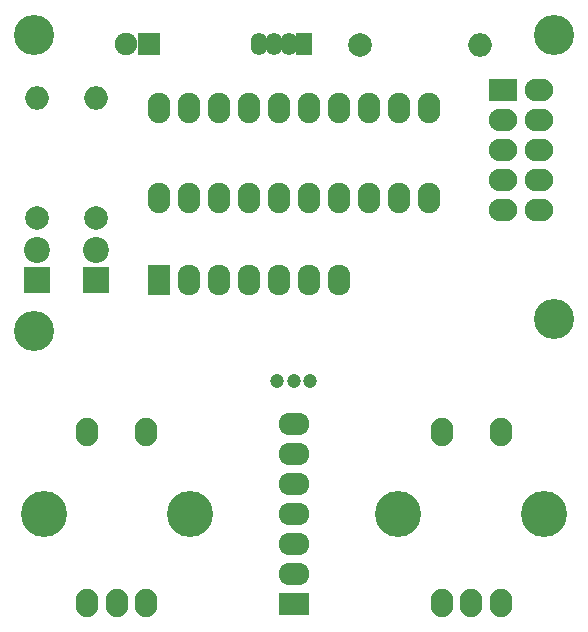
<source format=gts>
%TF.GenerationSoftware,KiCad,Pcbnew,(2017-11-10 revision 0b34d09bc)-master*%
%TF.CreationDate,2017-11-10T16:36:00+02:00*%
%TF.ProjectId,dps5005control,64707335303035636F6E74726F6C2E6B,rev?*%
%TF.SameCoordinates,Original*%
%TF.FileFunction,Soldermask,Top*%
%TF.FilePolarity,Negative*%
%FSLAX46Y46*%
G04 Gerber Fmt 4.6, Leading zero omitted, Abs format (unit mm)*
G04 Created by KiCad (PCBNEW (2017-11-10 revision 0b34d09bc)-master) date Fri Nov 10 16:36:00 2017*
%MOMM*%
%LPD*%
G01*
G04 APERTURE LIST*
%ADD10O,1.901140X2.599640*%
%ADD11R,1.349960X1.898600*%
%ADD12O,1.349960X1.898600*%
%ADD13O,2.398980X1.924000*%
%ADD14R,2.398980X1.924000*%
%ADD15C,1.900000*%
%ADD16R,1.900000X1.900000*%
%ADD17O,2.000000X2.000000*%
%ADD18C,2.000000*%
%ADD19C,2.200000*%
%ADD20R,2.200000X2.200000*%
%ADD21C,3.400000*%
%ADD22C,1.200000*%
%ADD23O,1.901140X2.398980*%
%ADD24C,3.900120*%
%ADD25R,1.924000X2.599640*%
%ADD26O,1.924000X2.599640*%
%ADD27R,2.599640X1.924000*%
%ADD28O,2.599640X1.924000*%
G04 APERTURE END LIST*
D10*
%TO.C,U2*%
X188830000Y-73340000D03*
X186290000Y-73340000D03*
X183750000Y-73340000D03*
X181210000Y-73340000D03*
X178670000Y-73340000D03*
X176130000Y-73340000D03*
X173590000Y-73340000D03*
X171050000Y-73340000D03*
X168510000Y-73340000D03*
X165970000Y-73340000D03*
X165970000Y-80960000D03*
X168510000Y-80960000D03*
X171050000Y-80960000D03*
X173590000Y-80960000D03*
X176130000Y-80960000D03*
X178670000Y-80960000D03*
X181210000Y-80960000D03*
X183750000Y-80960000D03*
X186290000Y-80960000D03*
X188830000Y-80960000D03*
%TD*%
D11*
%TO.C,P2*%
X178214020Y-67896500D03*
D12*
X176964340Y-67896500D03*
X175714660Y-67896500D03*
X174464980Y-67896500D03*
%TD*%
D13*
%TO.C,P3*%
X198114920Y-81915000D03*
X195077080Y-81915000D03*
X198114920Y-79375000D03*
X195077080Y-79375000D03*
X198114920Y-76835000D03*
X195077080Y-76835000D03*
X198114920Y-74295000D03*
X195077080Y-74295000D03*
X198114920Y-71755000D03*
D14*
X195077080Y-71755000D03*
%TD*%
D15*
%TO.C,C1*%
X163150000Y-67900000D03*
D16*
X165150000Y-67900000D03*
%TD*%
D17*
%TO.C,R1*%
X193167000Y-67960000D03*
D18*
X183007000Y-67960000D03*
%TD*%
D19*
%TO.C,D1*%
X160650000Y-85360000D03*
D20*
X160650000Y-87900000D03*
%TD*%
D21*
%TO.C,REF\002A\002A*%
X155400000Y-92150000D03*
%TD*%
%TO.C,REF\002A\002A*%
X199400000Y-91150000D03*
%TD*%
%TO.C,REF\002A\002A*%
X199400000Y-67150000D03*
%TD*%
D22*
%TO.C,REF\002A\002A*%
X176000000Y-96450000D03*
%TD*%
%TO.C,REF\002A\002A*%
X177400000Y-96450000D03*
%TD*%
%TO.C,REF\002A\002A*%
X178800000Y-96450000D03*
%TD*%
D23*
%TO.C,ENC1*%
X164899360Y-100692560D03*
X159900640Y-100692560D03*
D24*
X168600140Y-107692800D03*
X156199860Y-107692800D03*
D23*
X164899360Y-115193420D03*
X162400000Y-115193420D03*
X159900640Y-115193420D03*
%TD*%
D25*
%TO.C,P4*%
X165989000Y-87884000D03*
D26*
X168529000Y-87884000D03*
X171069000Y-87884000D03*
X173609000Y-87884000D03*
X176149000Y-87884000D03*
X178689000Y-87884000D03*
X181229000Y-87884000D03*
%TD*%
D17*
%TO.C,R3*%
X155650000Y-72490000D03*
D18*
X155650000Y-82650000D03*
%TD*%
D21*
%TO.C,REF\002A\002A*%
X155400000Y-67150000D03*
%TD*%
D18*
%TO.C,R2*%
X160650000Y-82650000D03*
D17*
X160650000Y-72490000D03*
%TD*%
D19*
%TO.C,D2*%
X155650000Y-85360000D03*
D20*
X155650000Y-87900000D03*
%TD*%
D23*
%TO.C,ENC2*%
X189900640Y-115193420D03*
X192400000Y-115193420D03*
X194899360Y-115193420D03*
D24*
X186199860Y-107692800D03*
X198600140Y-107692800D03*
D23*
X189900640Y-100692560D03*
X194899360Y-100692560D03*
%TD*%
D27*
%TO.C,P1*%
X177400000Y-115312800D03*
D28*
X177400000Y-112772800D03*
X177400000Y-110232800D03*
X177400000Y-107692800D03*
X177400000Y-105152800D03*
X177400000Y-102612800D03*
X177400000Y-100072800D03*
%TD*%
M02*

</source>
